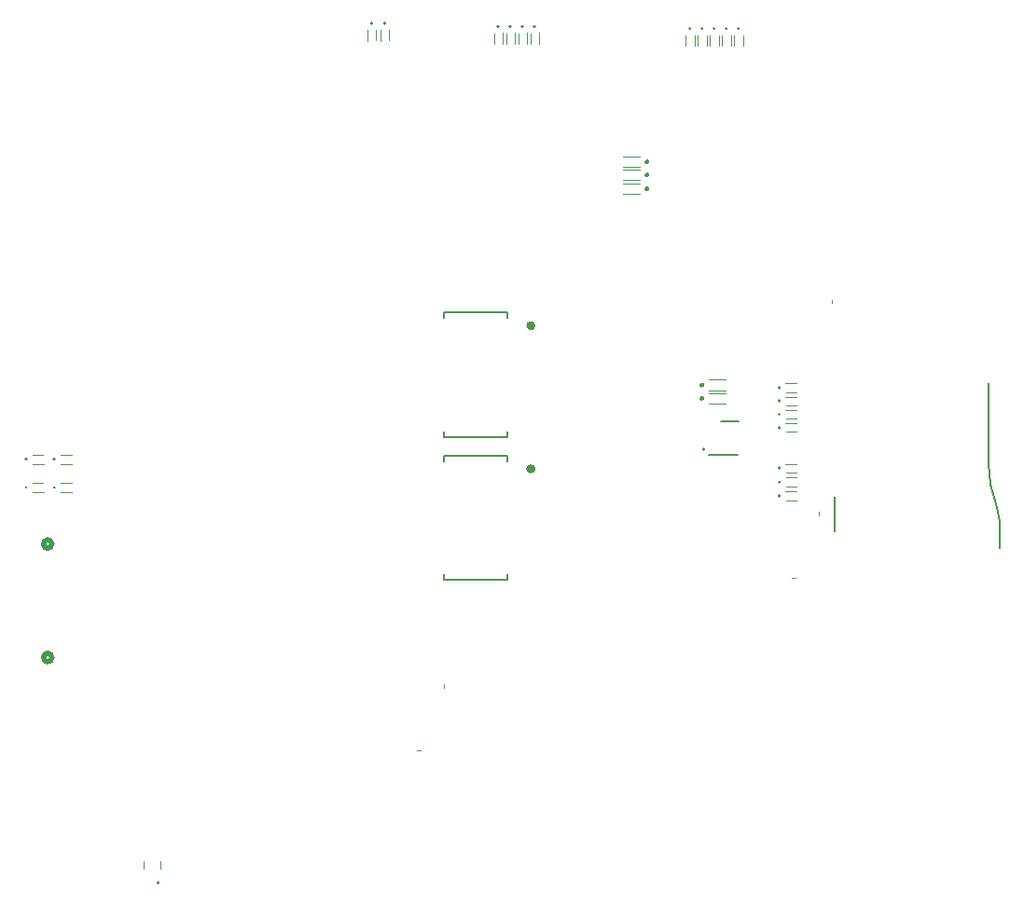
<source format=gbo>
G04*
G04 #@! TF.GenerationSoftware,Altium Limited,Altium Designer,18.1.6 (161)*
G04*
G04 Layer_Color=32896*
%FSTAX24Y24*%
%MOIN*%
G70*
G01*
G75*
%ADD10C,0.0060*%
%ADD11C,0.0059*%
%ADD13C,0.0157*%
%ADD14C,0.0079*%
%ADD16C,0.0200*%
%ADD19C,0.0039*%
%ADD20C,0.0050*%
%ADD21C,0.0020*%
D10*
X03318Y017008D02*
G03*
X03318Y017008I-00003J0D01*
G01*
D11*
X028465Y03215D02*
G03*
X028465Y03215I-00003J0D01*
G01*
X029469Y031142D02*
G03*
X029469Y031142I-00003J0D01*
G01*
X028465D02*
G03*
X028465Y031142I-00003J0D01*
G01*
X029469Y03215D02*
G03*
X029469Y03215I-00003J0D01*
G01*
X055384Y030846D02*
G03*
X055384Y030846I-00003J0D01*
G01*
X055394Y031339D02*
G03*
X055394Y031339I-00003J0D01*
G01*
X055384Y031831D02*
G03*
X055384Y031831I-00003J0D01*
G01*
X055384Y033287D02*
G03*
X055384Y033287I-00003J0D01*
G01*
X055384Y03376D02*
G03*
X055384Y03376I-00003J0D01*
G01*
Y034232D02*
G03*
X055384Y034232I-00003J0D01*
G01*
Y034705D02*
G03*
X055384Y034705I-00003J0D01*
G01*
X052628Y047549D02*
G03*
X052628Y047549I-00003J0D01*
G01*
X053494D02*
G03*
X053494Y047549I-00003J0D01*
G01*
X053061D02*
G03*
X053061Y047549I-00003J0D01*
G01*
X052195D02*
G03*
X052195Y047549I-00003J0D01*
G01*
X053927D02*
G03*
X053927Y047549I-00003J0D01*
G01*
X046644Y047628D02*
G03*
X046644Y047628I-00003J0D01*
G01*
X046211D02*
G03*
X046211Y047628I-00003J0D01*
G01*
X045778D02*
G03*
X045778Y047628I-00003J0D01*
G01*
X045344D02*
G03*
X045344Y047628I-00003J0D01*
G01*
X041289Y047746D02*
G03*
X041289Y047746I-00003J0D01*
G01*
X040817D02*
G03*
X040817Y047746I-00003J0D01*
G01*
X053261Y033513D02*
X053891D01*
X052852Y032323D02*
X053876D01*
D13*
X046558Y031809D02*
G03*
X046558Y031809I-000082J0D01*
G01*
X05063Y042793D02*
G03*
X05063Y042793I-000008J0D01*
G01*
X046558Y036927D02*
G03*
X046558Y036927I-000082J0D01*
G01*
X052594Y034805D02*
G03*
X052594Y034805I-000008J0D01*
G01*
X052594Y034333D02*
G03*
X052594Y034333I-000008J0D01*
G01*
X05063Y042321D02*
G03*
X05063Y042321I-000008J0D01*
G01*
Y041828D02*
G03*
X05063Y041828I-000008J0D01*
G01*
D14*
X0527Y032513D02*
G03*
X0527Y032513I-000039J0D01*
G01*
D16*
X029358Y025063D02*
G03*
X029358Y025063I-00015J0D01*
G01*
Y029118D02*
G03*
X029358Y029118I-00015J0D01*
G01*
D19*
X028666Y032307D02*
X02905D01*
X028671Y031992D02*
X029055D01*
X029675Y030984D02*
X030059D01*
X02967Y031299D02*
X030054D01*
X028671Y030984D02*
X029055D01*
X028666Y031299D02*
X02905D01*
X02967Y032307D02*
X030054D01*
X029675Y031992D02*
X030059D01*
X049756Y04299D02*
X050366D01*
X049755Y042601D02*
X050365D01*
X055591Y030689D02*
X055974D01*
X055586Y031004D02*
X055969D01*
X0556Y031181D02*
X055984D01*
X055595Y031496D02*
X055979D01*
X055591Y031673D02*
X055974D01*
X055586Y031988D02*
X055969D01*
X055591Y03313D02*
X055974D01*
X055586Y033445D02*
X055969D01*
X055591Y033602D02*
X055974D01*
X055586Y033917D02*
X055969D01*
X055591Y034075D02*
X055974D01*
X055586Y03439D02*
X055969D01*
X055591Y034547D02*
X055974D01*
X055586Y034862D02*
X055969D01*
X033248Y0175D02*
Y017779D01*
X032648Y0175D02*
Y017779D01*
X052842Y034609D02*
X053452D01*
X052843Y034998D02*
X053453D01*
X052843Y034525D02*
X053453D01*
X052842Y034136D02*
X053452D01*
X052441Y046929D02*
Y047313D01*
X052756Y046934D02*
Y047318D01*
X053307Y046929D02*
Y047313D01*
X053622Y046934D02*
Y047318D01*
X052874Y046929D02*
Y047313D01*
X053189Y046934D02*
Y047318D01*
X052008Y046929D02*
Y047313D01*
X052323Y046934D02*
Y047318D01*
X05374Y046929D02*
Y047313D01*
X054055Y046934D02*
Y047318D01*
X046457Y047008D02*
Y047392D01*
X046772Y047013D02*
Y047397D01*
X046024Y047008D02*
Y047392D01*
X046339Y047013D02*
Y047397D01*
X045591Y047008D02*
Y047392D01*
X045906Y047013D02*
Y047397D01*
X045157Y047008D02*
Y047392D01*
X045472Y047013D02*
Y047397D01*
X041102Y047126D02*
Y04751D01*
X041417Y047131D02*
Y047515D01*
X04063Y047126D02*
Y04751D01*
X040945Y047131D02*
Y047515D01*
X049755Y042128D02*
X050365D01*
X049756Y042517D02*
X050366D01*
X049756Y042025D02*
X050366D01*
X049755Y041636D02*
X050365D01*
D20*
X063223Y029981D02*
G03*
X063149Y030377I-001106J0D01*
G01*
X062823Y032155D02*
G03*
X063155Y030363I005J0D01*
G01*
X043366Y027829D02*
X04565D01*
X043366Y032082D02*
Y032289D01*
Y027829D02*
Y028036D01*
X04565Y027829D02*
Y028036D01*
Y032082D02*
Y032289D01*
X043366D02*
X04565D01*
X063223Y028985D02*
Y029981D01*
X062823Y032155D02*
Y034885D01*
X057323Y029587D02*
Y030807D01*
X043366Y037407D02*
X04565D01*
Y0372D02*
Y037407D01*
Y032947D02*
Y033154D01*
X043366Y032947D02*
Y033154D01*
Y0372D02*
Y037407D01*
Y032947D02*
X04565D01*
D21*
X056762Y030148D02*
Y030266D01*
X055817Y027913D02*
X055935D01*
X043354Y023988D02*
Y024106D01*
X042409Y021754D02*
X042528D01*
X057224Y037736D02*
Y037854D01*
M02*

</source>
